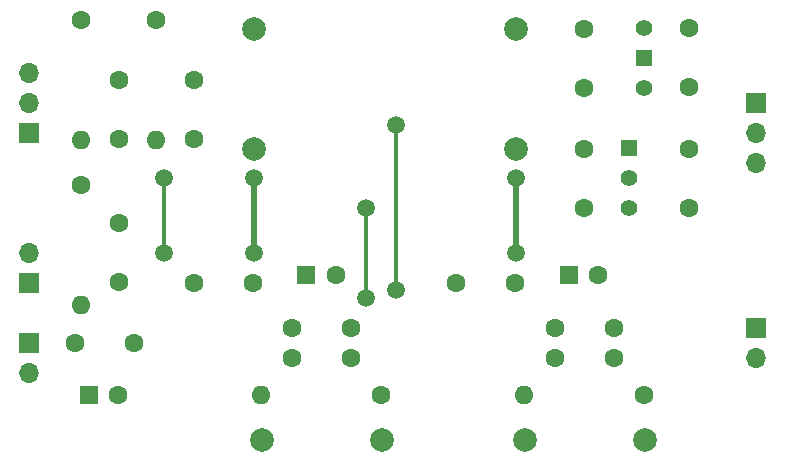
<source format=gbr>
G04 #@! TF.FileFunction,Copper,L2,Bot,Signal*
%FSLAX46Y46*%
G04 Gerber Fmt 4.6, Leading zero omitted, Abs format (unit mm)*
G04 Created by KiCad (PCBNEW 4.0.6-e0-6349~53~ubuntu16.04.1) date Thu Apr 27 14:53:58 2017*
%MOMM*%
%LPD*%
G01*
G04 APERTURE LIST*
%ADD10C,0.100000*%
%ADD11C,1.998980*%
%ADD12C,1.600000*%
%ADD13O,1.600000X1.600000*%
%ADD14R,1.700000X1.700000*%
%ADD15O,1.700000X1.700000*%
%ADD16C,1.397000*%
%ADD17R,1.397000X1.397000*%
%ADD18R,1.600000X1.600000*%
%ADD19C,1.500000*%
%ADD20C,0.500000*%
%ADD21C,0.300000*%
G04 APERTURE END LIST*
D10*
D11*
X33098740Y23495000D03*
X43258740Y23495000D03*
D12*
X17780000Y45085000D03*
D13*
X17780000Y34925000D03*
D11*
X32385000Y58341260D03*
X32385000Y48181260D03*
X54610000Y58341260D03*
X54610000Y48181260D03*
X55323740Y23495000D03*
X65483740Y23495000D03*
D14*
X74930000Y52070000D03*
D15*
X74930000Y49530000D03*
X74930000Y46990000D03*
D14*
X13335000Y36830000D03*
D15*
X13335000Y39370000D03*
D14*
X13335000Y49530000D03*
D15*
X13335000Y52070000D03*
X13335000Y54610000D03*
D14*
X13335000Y31750000D03*
D15*
X13335000Y29210000D03*
D14*
X74930000Y33020000D03*
D15*
X74930000Y30480000D03*
D12*
X69215000Y58420000D03*
X69215000Y53420000D03*
X69215000Y43180000D03*
X69215000Y48180000D03*
X60325000Y53340000D03*
X60325000Y58340000D03*
X60325000Y43180000D03*
X60325000Y48180000D03*
X22225000Y31750000D03*
X17225000Y31750000D03*
X27305000Y36830000D03*
X32305000Y36830000D03*
X40640000Y30480000D03*
X35640000Y30480000D03*
X40640000Y33020000D03*
X35640000Y33020000D03*
X49530000Y36830000D03*
X54530000Y36830000D03*
X62865000Y30480000D03*
X57865000Y30480000D03*
X62865000Y33020000D03*
X57865000Y33020000D03*
D16*
X65405000Y53340000D03*
D17*
X65405000Y55880000D03*
D16*
X65405000Y58420000D03*
X64115000Y45720000D03*
D17*
X64115000Y48220000D03*
D16*
X64135000Y43180000D03*
D18*
X18415000Y27305000D03*
D12*
X20915000Y27305000D03*
D18*
X36830000Y37465000D03*
D12*
X39330000Y37465000D03*
X20955000Y53975000D03*
X20955000Y48975000D03*
X27305000Y53975000D03*
X27305000Y48975000D03*
X20955000Y41910000D03*
X20955000Y36910000D03*
D18*
X59055000Y37465000D03*
D12*
X61555000Y37465000D03*
X43180000Y27305000D03*
D13*
X33020000Y27305000D03*
D12*
X65405000Y27305000D03*
D13*
X55245000Y27305000D03*
D12*
X17780000Y59055000D03*
D13*
X17780000Y48895000D03*
D12*
X24130000Y59055000D03*
D13*
X24130000Y48895000D03*
D19*
X32385000Y39370000D03*
X32385000Y45720000D03*
X54610000Y39370000D03*
X54610000Y45720000D03*
X24765000Y45720000D03*
X24765000Y39370000D03*
X44450000Y36195000D03*
X44450000Y50165000D03*
X41910000Y35560000D03*
X41910000Y43180000D03*
D20*
X32385000Y45720000D02*
X32385000Y39370000D01*
X54610000Y45720000D02*
X54610000Y39370000D01*
D21*
X24765000Y39370000D02*
X24765000Y45720000D01*
X44450000Y50165000D02*
X44450000Y36195000D01*
X41910000Y43180000D02*
X41910000Y35560000D01*
M02*

</source>
